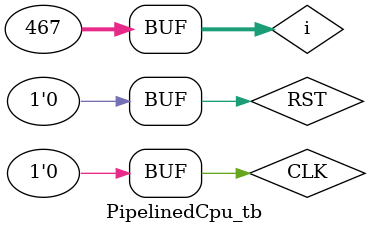
<source format=v>
`timescale 100ps/10ps
module PipelinedCpu_tb();

reg CLK;
wire [31:0] OUT;
reg RST;
integer i;
PipelinedCpu PipelinedCpu1 (.CLK(CLK), .RST(RST), .OUT(OUT));

initial begin
    RST = 1;
    CLK = 0;
    #0.9;
    CLK = 1;
    #0.1;
    RST = 0;
    CLK = 0;
    #0.9;
    for(i=0; i<467; i=i+1) begin
        // $display("#############CLK#############");
        CLK = 1;
        #0.1;
        CLK = 0;
        #0.9;
    end


end


// always begin
//     #6 CLK=0;
//     #4 CLK=1;
// end

    
endmodule
</source>
